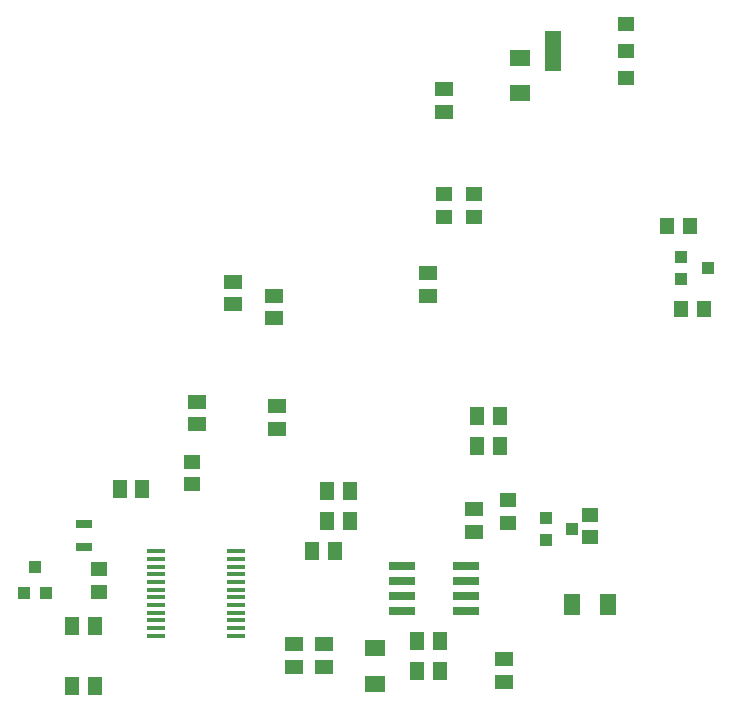
<source format=gbr>
%FSLAX34Y34*%
%MOMM*%
%LNSMDMASK_TOP*%
G71*
G01*
%ADD10R,1.300X1.600*%
%ADD11R,1.600X1.300*%
%ADD12R,2.200X0.700*%
%ADD13R,1.400X1.300*%
%ADD14R,1.800X1.380*%
%ADD15R,1.400X1.200*%
%ADD16R,1.400X3.500*%
%ADD17R,1.400X0.800*%
%ADD18R,1.100X1.100*%
%ADD19R,1.300X1.400*%
%ADD20R,1.320X0.420*%
%LPD*%
X63500Y127000D02*
G54D10*
D03*
X82500Y127000D02*
G54D10*
D03*
X63500Y177800D02*
G54D10*
D03*
X82500Y177800D02*
G54D10*
D03*
X169300Y367300D02*
G54D11*
D03*
X169300Y348300D02*
G54D11*
D03*
X236600Y363600D02*
G54D11*
D03*
X236600Y344600D02*
G54D11*
D03*
X279400Y292100D02*
G54D10*
D03*
X298400Y292100D02*
G54D10*
D03*
X279400Y266700D02*
G54D10*
D03*
X298400Y266700D02*
G54D10*
D03*
X266700Y241300D02*
G54D10*
D03*
X285700Y241300D02*
G54D10*
D03*
X250800Y161900D02*
G54D11*
D03*
X250800Y142900D02*
G54D11*
D03*
X276200Y161900D02*
G54D11*
D03*
X276200Y142900D02*
G54D11*
D03*
X355600Y139700D02*
G54D10*
D03*
X374600Y139700D02*
G54D10*
D03*
X355600Y165100D02*
G54D10*
D03*
X374600Y165100D02*
G54D10*
D03*
X428600Y149200D02*
G54D11*
D03*
X428600Y130200D02*
G54D11*
D03*
X403200Y276200D02*
G54D11*
D03*
X403200Y257200D02*
G54D11*
D03*
X377800Y631800D02*
G54D11*
D03*
X377800Y612800D02*
G54D11*
D03*
X342900Y228600D02*
G54D12*
D03*
X342900Y215900D02*
G54D12*
D03*
X342900Y203200D02*
G54D12*
D03*
X342900Y190500D02*
G54D12*
D03*
X396900Y190500D02*
G54D12*
D03*
X396900Y203200D02*
G54D12*
D03*
X396900Y215900D02*
G54D12*
D03*
X396900Y228600D02*
G54D12*
D03*
X164800Y316600D02*
G54D13*
D03*
X164800Y297600D02*
G54D13*
D03*
X377800Y542900D02*
G54D13*
D03*
X377800Y523900D02*
G54D13*
D03*
X403200Y542900D02*
G54D13*
D03*
X403200Y523900D02*
G54D13*
D03*
X406400Y355600D02*
G54D10*
D03*
X425400Y355600D02*
G54D10*
D03*
X406400Y330200D02*
G54D10*
D03*
X425400Y330200D02*
G54D10*
D03*
X319339Y158707D02*
G54D14*
D03*
X319339Y128707D02*
G54D14*
D03*
X532534Y641315D02*
G54D15*
D03*
X532534Y664315D02*
G54D15*
D03*
X532534Y687315D02*
G54D15*
D03*
X470534Y664315D02*
G54D16*
D03*
X442539Y658707D02*
G54D14*
D03*
X442539Y628707D02*
G54D14*
D03*
X73400Y263900D02*
G54D17*
D03*
X73400Y244100D02*
G54D17*
D03*
X85700Y206400D02*
G54D13*
D03*
X85700Y225400D02*
G54D13*
D03*
X199100Y469000D02*
G54D11*
D03*
X199100Y450000D02*
G54D11*
D03*
X234300Y457200D02*
G54D11*
D03*
X234300Y438200D02*
G54D11*
D03*
X103400Y293600D02*
G54D10*
D03*
X122400Y293600D02*
G54D10*
D03*
X41374Y205361D02*
G54D18*
D03*
X22374Y205361D02*
G54D18*
D03*
X31874Y227561D02*
G54D18*
D03*
G36*
X479700Y204700D02*
X493500Y204700D01*
X493500Y186700D01*
X479700Y186700D01*
X479700Y204700D01*
G37*
G36*
X509700Y204700D02*
X523500Y204700D01*
X523500Y186700D01*
X509700Y186700D01*
X509700Y204700D01*
G37*
X586000Y516000D02*
G54D19*
D03*
X567000Y516000D02*
G54D19*
D03*
X432000Y265000D02*
G54D13*
D03*
X432000Y284000D02*
G54D13*
D03*
X501500Y271500D02*
G54D13*
D03*
X501500Y252500D02*
G54D13*
D03*
X579000Y446000D02*
G54D19*
D03*
X598000Y446000D02*
G54D19*
D03*
X464000Y250000D02*
G54D18*
D03*
X464000Y269000D02*
G54D18*
D03*
X486200Y259500D02*
G54D18*
D03*
X579000Y471000D02*
G54D18*
D03*
X579000Y490000D02*
G54D18*
D03*
X601200Y480500D02*
G54D18*
D03*
X364300Y476200D02*
G54D11*
D03*
X364300Y457200D02*
G54D11*
D03*
X202572Y240700D02*
G54D20*
D03*
X202572Y234200D02*
G54D20*
D03*
X202572Y227700D02*
G54D20*
D03*
X202572Y221200D02*
G54D20*
D03*
X202572Y214700D02*
G54D20*
D03*
X202572Y208200D02*
G54D20*
D03*
X202572Y201700D02*
G54D20*
D03*
X202572Y195200D02*
G54D20*
D03*
X202572Y188700D02*
G54D20*
D03*
X202572Y182200D02*
G54D20*
D03*
X202572Y175700D02*
G54D20*
D03*
X202572Y169200D02*
G54D20*
D03*
X133700Y240700D02*
G54D20*
D03*
X133700Y234200D02*
G54D20*
D03*
X133700Y227700D02*
G54D20*
D03*
X133700Y221200D02*
G54D20*
D03*
X133700Y214700D02*
G54D20*
D03*
X133700Y208200D02*
G54D20*
D03*
X133700Y201700D02*
G54D20*
D03*
X133700Y195200D02*
G54D20*
D03*
X133700Y188700D02*
G54D20*
D03*
X133700Y182200D02*
G54D20*
D03*
X133700Y175700D02*
G54D20*
D03*
X133700Y169200D02*
G54D20*
D03*
X134494Y240700D02*
G54D20*
D03*
X134494Y234200D02*
G54D20*
D03*
X134494Y227700D02*
G54D20*
D03*
X134494Y221200D02*
G54D20*
D03*
X134494Y214700D02*
G54D20*
D03*
X134494Y208200D02*
G54D20*
D03*
X134494Y201700D02*
G54D20*
D03*
X134494Y195200D02*
G54D20*
D03*
X134494Y188700D02*
G54D20*
D03*
X134494Y182200D02*
G54D20*
D03*
X134494Y175700D02*
G54D20*
D03*
X134494Y169200D02*
G54D20*
D03*
X201778Y240700D02*
G54D20*
D03*
X201778Y234200D02*
G54D20*
D03*
X201778Y227700D02*
G54D20*
D03*
X201778Y221200D02*
G54D20*
D03*
X201778Y214700D02*
G54D20*
D03*
X201778Y208200D02*
G54D20*
D03*
X201778Y201700D02*
G54D20*
D03*
X201778Y195200D02*
G54D20*
D03*
X201778Y188700D02*
G54D20*
D03*
X201778Y182200D02*
G54D20*
D03*
X201778Y175700D02*
G54D20*
D03*
X201778Y169200D02*
G54D20*
D03*
X201381Y240700D02*
G54D20*
D03*
X201381Y234200D02*
G54D20*
D03*
X201381Y227700D02*
G54D20*
D03*
X201381Y221200D02*
G54D20*
D03*
X201381Y214700D02*
G54D20*
D03*
X201381Y208200D02*
G54D20*
D03*
X201381Y201700D02*
G54D20*
D03*
X201381Y195200D02*
G54D20*
D03*
X201381Y188700D02*
G54D20*
D03*
X201381Y182200D02*
G54D20*
D03*
X201381Y175700D02*
G54D20*
D03*
X201381Y169200D02*
G54D20*
D03*
X134891Y240700D02*
G54D20*
D03*
X134891Y234200D02*
G54D20*
D03*
X134891Y227700D02*
G54D20*
D03*
X134891Y221200D02*
G54D20*
D03*
X134891Y214700D02*
G54D20*
D03*
X134891Y208200D02*
G54D20*
D03*
X134891Y201700D02*
G54D20*
D03*
X134891Y195200D02*
G54D20*
D03*
X134891Y188700D02*
G54D20*
D03*
X134891Y182200D02*
G54D20*
D03*
X134891Y175700D02*
G54D20*
D03*
X134891Y169200D02*
G54D20*
D03*
M02*

</source>
